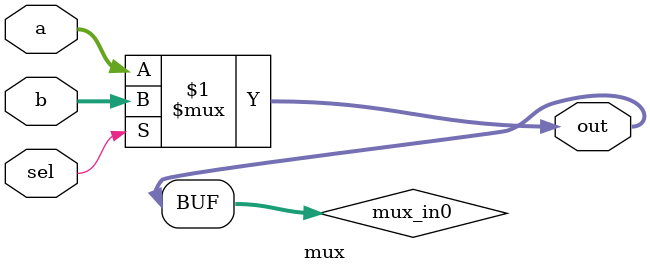
<source format=v>
module mux( 
input [4:0] a, b,
input sel,
output [4:0] out );
// When sel=0, assign a to out. 
// When sel=1, assign b to out.
// Each output is sel is not an output.
wire [4:0] mux_in0;
assign mux_in0 = sel? b : a;
assign out = mux_in0;
endmodule

</source>
